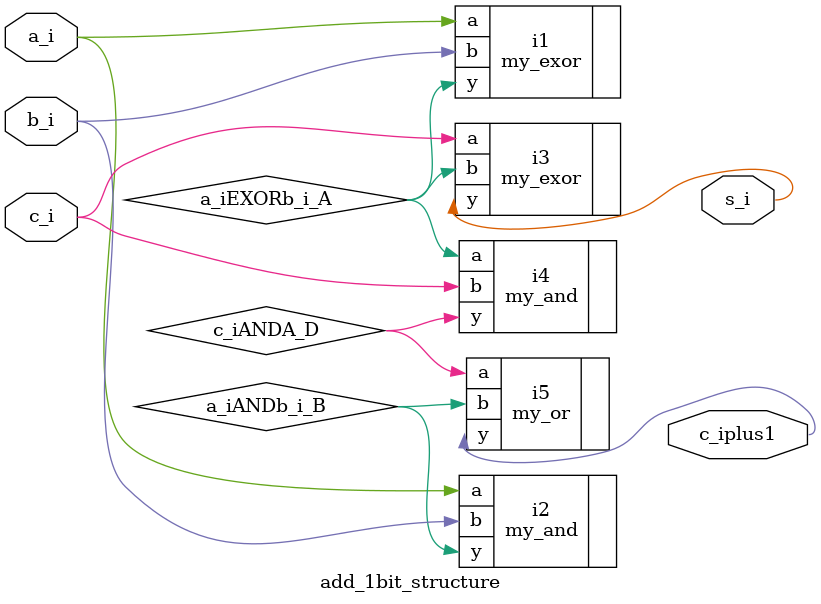
<source format=v>
module add_1bit_structure(c_i, a_i, b_i, s_i, c_iplus1);
    input c_i, a_i, b_i;
    output s_i, c_iplus1;
    wire a_iEXORb_i_A, a_iANDb_i_B, c_iANDA_D;

    my_exor i1(.a(a_i), .b(b_i), .y(a_iEXORb_i_A));
    my_and i2(.a(a_i), .b(b_i), .y(a_iANDb_i_B));
    my_exor i3(.a(c_i), .b(a_iEXORb_i_A), .y(s_i));
    my_and i4(.a(a_iEXORb_i_A), .b(c_i), .y(c_iANDA_D));
    my_or i5(.a(c_iANDA_D), .b(a_iANDb_i_B), .y(c_iplus1));
endmodule

</source>
